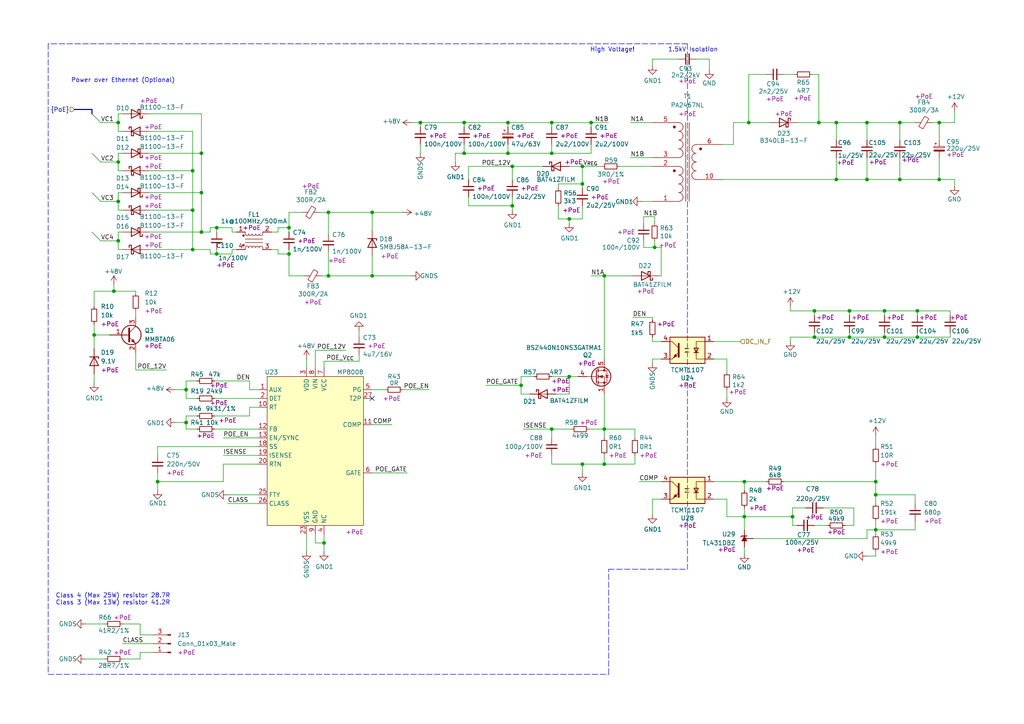
<source format=kicad_sch>
(kicad_sch (version 20210621) (generator eeschema)
  (paper "A4")
  (title_block (title "Power over Ethernet") (date "2021-08-30") (rev "1.0") (company "Nabu Casa") (comment 1 "www.nabucasa.com") (comment 2 "Amber"))
  (junction (at 27.305 97.155) (diameter 0.9144))
  (junction (at 33.02 84.455) (diameter 0.9144))
  (junction (at 34.29 35.56) (diameter 0.9144))
  (junction (at 34.29 46.99) (diameter 0.9144))
  (junction (at 34.29 58.42) (diameter 0.9144))
  (junction (at 34.29 69.85) (diameter 0.9144))
  (junction (at 45.72 139.7) (diameter 0.9144))
  (junction (at 53.975 113.03) (diameter 0.9144))
  (junction (at 53.975 122.555) (diameter 0.9144))
  (junction (at 55.88 49.53) (diameter 0.9144))
  (junction (at 55.88 60.96) (diameter 0.9144))
  (junction (at 55.88 72.39) (diameter 0.9144))
  (junction (at 58.42 44.45) (diameter 0.9144))
  (junction (at 58.42 55.88) (diameter 0.9144))
  (junction (at 58.42 67.31) (diameter 0.9144))
  (junction (at 62.865 66.04) (diameter 0.9144))
  (junction (at 62.865 73.66) (diameter 0.9144))
  (junction (at 83.82 66.04) (diameter 0.9144))
  (junction (at 83.82 73.66) (diameter 0.9144))
  (junction (at 93.98 157.48) (diameter 0.9144))
  (junction (at 95.25 61.595) (diameter 0.9144))
  (junction (at 95.25 80.01) (diameter 0.9144))
  (junction (at 107.95 61.595) (diameter 0.9144))
  (junction (at 107.95 80.01) (diameter 0.9144))
  (junction (at 121.92 35.56) (diameter 0.9144))
  (junction (at 134.62 35.56) (diameter 0.9144))
  (junction (at 134.62 44.45) (diameter 0.9144))
  (junction (at 147.32 35.56) (diameter 0.9144))
  (junction (at 147.32 44.45) (diameter 0.9144))
  (junction (at 148.59 48.26) (diameter 0.9144))
  (junction (at 148.59 59.69) (diameter 0.9144))
  (junction (at 151.13 111.76) (diameter 0.9144))
  (junction (at 160.02 35.56) (diameter 0.9144))
  (junction (at 160.02 44.45) (diameter 0.9144))
  (junction (at 160.02 124.46) (diameter 0.9144))
  (junction (at 165.1 63.5) (diameter 0.9144))
  (junction (at 165.1 109.22) (diameter 0.9144))
  (junction (at 168.91 48.26) (diameter 0.9144))
  (junction (at 168.91 53.34) (diameter 0.9144))
  (junction (at 168.91 134.62) (diameter 0.9144))
  (junction (at 171.45 35.56) (diameter 0.9144))
  (junction (at 175.26 80.01) (diameter 0.9144))
  (junction (at 175.26 124.46) (diameter 0.9144))
  (junction (at 175.26 134.62) (diameter 0.9144))
  (junction (at 189.865 71.755) (diameter 0.9144))
  (junction (at 215.9 139.7) (diameter 0.9144))
  (junction (at 215.9 149.86) (diameter 0.9144))
  (junction (at 217.17 35.56) (diameter 0.9144))
  (junction (at 229.87 149.86) (diameter 0.9144))
  (junction (at 236.22 90.17) (diameter 0.9144))
  (junction (at 236.22 97.79) (diameter 0.9144))
  (junction (at 237.49 35.56) (diameter 0.9144))
  (junction (at 242.57 35.56) (diameter 0.9144))
  (junction (at 242.57 52.07) (diameter 0.9144))
  (junction (at 246.38 90.17) (diameter 0.9144))
  (junction (at 246.38 97.79) (diameter 0.9144))
  (junction (at 251.46 35.56) (diameter 0.9144))
  (junction (at 251.46 52.07) (diameter 0.9144))
  (junction (at 254 139.7) (diameter 0.9144))
  (junction (at 254 143.51) (diameter 0.9144))
  (junction (at 254 153.67) (diameter 0.9144))
  (junction (at 256.54 90.17) (diameter 0.9144))
  (junction (at 256.54 97.79) (diameter 0.9144))
  (junction (at 260.985 35.56) (diameter 0.9144))
  (junction (at 260.985 52.07) (diameter 0.9144))
  (junction (at 266.065 90.17) (diameter 0.9144))
  (junction (at 266.065 97.79) (diameter 0.9144))
  (junction (at 272.415 35.56) (diameter 0.9144))
  (junction (at 272.415 52.07) (diameter 0.9144))
  (no_connect (at 107.95 115.57))
  (bus_entry (at 26.67 33.02) (size 2.54 2.54) (stroke (width 0.1524)))
  (bus_entry (at 26.67 44.45) (size 2.54 2.54) (stroke (width 0.1524)))
  (bus_entry (at 26.67 55.88) (size 2.54 2.54) (stroke (width 0.1524)))
  (bus_entry (at 26.67 67.31) (size 2.54 2.54) (stroke (width 0.1524)))
  (wire (pts (xy 24.765 180.975) (xy 30.48 180.975)))
  (wire (pts (xy 24.765 191.135) (xy 30.48 191.135)))
  (wire (pts (xy 27.305 84.455) (xy 27.305 88.9)))
  (wire (pts (xy 27.305 93.98) (xy 27.305 97.155)))
  (wire (pts (xy 27.305 97.155) (xy 27.305 100.965)))
  (wire (pts (xy 27.305 108.585) (xy 27.305 111.125)))
  (wire (pts (xy 29.21 35.56) (xy 34.29 35.56)))
  (wire (pts (xy 29.21 46.99) (xy 34.29 46.99)))
  (wire (pts (xy 29.21 58.42) (xy 34.29 58.42)))
  (wire (pts (xy 29.21 69.85) (xy 34.29 69.85)))
  (wire (pts (xy 31.75 97.155) (xy 27.305 97.155)))
  (wire (pts (xy 33.02 82.55) (xy 33.02 84.455)))
  (wire (pts (xy 33.02 84.455) (xy 27.305 84.455)))
  (wire (pts (xy 34.29 33.02) (xy 34.29 35.56)))
  (wire (pts (xy 34.29 38.1) (xy 34.29 35.56)))
  (wire (pts (xy 34.29 44.45) (xy 34.29 46.99)))
  (wire (pts (xy 34.29 49.53) (xy 34.29 46.99)))
  (wire (pts (xy 34.29 55.88) (xy 34.29 58.42)))
  (wire (pts (xy 34.29 60.96) (xy 34.29 58.42)))
  (wire (pts (xy 34.29 67.31) (xy 34.29 69.85)))
  (wire (pts (xy 34.29 72.39) (xy 34.29 69.85)))
  (wire (pts (xy 35.56 33.02) (xy 34.29 33.02)))
  (wire (pts (xy 35.56 38.1) (xy 34.29 38.1)))
  (wire (pts (xy 35.56 44.45) (xy 34.29 44.45)))
  (wire (pts (xy 35.56 49.53) (xy 34.29 49.53)))
  (wire (pts (xy 35.56 55.88) (xy 34.29 55.88)))
  (wire (pts (xy 35.56 60.96) (xy 34.29 60.96)))
  (wire (pts (xy 35.56 67.31) (xy 34.29 67.31)))
  (wire (pts (xy 35.56 72.39) (xy 34.29 72.39)))
  (wire (pts (xy 35.56 186.69) (xy 44.45 186.69)))
  (wire (pts (xy 39.37 84.455) (xy 33.02 84.455)))
  (wire (pts (xy 39.37 84.455) (xy 39.37 85.09)))
  (wire (pts (xy 39.37 90.17) (xy 39.37 92.075)))
  (wire (pts (xy 39.37 102.235) (xy 39.37 107.315)))
  (wire (pts (xy 39.37 107.315) (xy 48.26 107.315)))
  (wire (pts (xy 40.64 180.975) (xy 35.56 180.975)))
  (wire (pts (xy 40.64 184.15) (xy 40.64 180.975)))
  (wire (pts (xy 40.64 189.23) (xy 40.64 191.135)))
  (wire (pts (xy 40.64 191.135) (xy 35.56 191.135)))
  (wire (pts (xy 43.18 33.02) (xy 58.42 33.02)))
  (wire (pts (xy 43.18 38.1) (xy 55.88 38.1)))
  (wire (pts (xy 43.18 44.45) (xy 58.42 44.45)))
  (wire (pts (xy 43.18 49.53) (xy 55.88 49.53)))
  (wire (pts (xy 43.18 55.88) (xy 58.42 55.88)))
  (wire (pts (xy 43.18 60.96) (xy 55.88 60.96)))
  (wire (pts (xy 43.18 67.31) (xy 58.42 67.31)))
  (wire (pts (xy 43.18 72.39) (xy 55.88 72.39)))
  (wire (pts (xy 44.45 184.15) (xy 40.64 184.15)))
  (wire (pts (xy 44.45 189.23) (xy 40.64 189.23)))
  (wire (pts (xy 45.72 129.54) (xy 45.72 132.08)))
  (wire (pts (xy 45.72 137.16) (xy 45.72 139.7)))
  (wire (pts (xy 45.72 142.24) (xy 45.72 139.7)))
  (wire (pts (xy 50.8 113.03) (xy 53.975 113.03)))
  (wire (pts (xy 50.8 122.555) (xy 53.975 122.555)))
  (wire (pts (xy 53.975 110.49) (xy 53.975 113.03)))
  (wire (pts (xy 53.975 110.49) (xy 57.15 110.49)))
  (wire (pts (xy 53.975 113.03) (xy 53.975 115.57)))
  (wire (pts (xy 53.975 115.57) (xy 57.15 115.57)))
  (wire (pts (xy 53.975 120.65) (xy 53.975 122.555)))
  (wire (pts (xy 53.975 122.555) (xy 53.975 124.46)))
  (wire (pts (xy 53.975 124.46) (xy 57.15 124.46)))
  (wire (pts (xy 55.88 38.1) (xy 55.88 49.53)))
  (wire (pts (xy 55.88 49.53) (xy 55.88 60.96)))
  (wire (pts (xy 55.88 60.96) (xy 55.88 72.39)))
  (wire (pts (xy 55.88 72.39) (xy 60.96 72.39)))
  (wire (pts (xy 57.15 120.65) (xy 53.975 120.65)))
  (wire (pts (xy 58.42 33.02) (xy 58.42 44.45)))
  (wire (pts (xy 58.42 44.45) (xy 58.42 55.88)))
  (wire (pts (xy 58.42 55.88) (xy 58.42 67.31)))
  (wire (pts (xy 58.42 67.31) (xy 60.96 67.31)))
  (wire (pts (xy 60.96 66.04) (xy 60.96 67.31)))
  (wire (pts (xy 60.96 72.39) (xy 60.96 73.66)))
  (wire (pts (xy 60.96 73.66) (xy 62.865 73.66)))
  (wire (pts (xy 62.23 110.49) (xy 72.39 110.49)))
  (wire (pts (xy 62.23 115.57) (xy 74.93 115.57)))
  (wire (pts (xy 62.23 120.65) (xy 72.39 120.65)))
  (wire (pts (xy 62.23 124.46) (xy 74.93 124.46)))
  (wire (pts (xy 62.865 66.04) (xy 60.96 66.04)))
  (wire (pts (xy 62.865 66.04) (xy 62.865 67.31)))
  (wire (pts (xy 62.865 72.39) (xy 62.865 73.66)))
  (wire (pts (xy 62.865 73.66) (xy 67.31 73.66)))
  (wire (pts (xy 64.77 127) (xy 74.93 127)))
  (wire (pts (xy 64.77 132.08) (xy 74.93 132.08)))
  (wire (pts (xy 64.77 134.62) (xy 64.77 139.7)))
  (wire (pts (xy 64.77 139.7) (xy 45.72 139.7)))
  (wire (pts (xy 66.04 143.51) (xy 74.93 143.51)))
  (wire (pts (xy 66.04 146.05) (xy 74.93 146.05)))
  (wire (pts (xy 67.31 66.04) (xy 62.865 66.04)))
  (wire (pts (xy 67.31 67.31) (xy 67.31 66.04)))
  (wire (pts (xy 67.31 72.39) (xy 68.58 72.39)))
  (wire (pts (xy 67.31 73.66) (xy 67.31 72.39)))
  (wire (pts (xy 68.58 67.31) (xy 67.31 67.31)))
  (wire (pts (xy 72.39 113.03) (xy 72.39 110.49)))
  (wire (pts (xy 72.39 118.11) (xy 74.93 118.11)))
  (wire (pts (xy 72.39 120.65) (xy 72.39 118.11)))
  (wire (pts (xy 74.93 113.03) (xy 72.39 113.03)))
  (wire (pts (xy 74.93 129.54) (xy 45.72 129.54)))
  (wire (pts (xy 74.93 134.62) (xy 64.77 134.62)))
  (wire (pts (xy 78.74 67.31) (xy 80.645 67.31)))
  (wire (pts (xy 78.74 72.39) (xy 80.645 72.39)))
  (wire (pts (xy 80.645 66.04) (xy 83.82 66.04)))
  (wire (pts (xy 80.645 67.31) (xy 80.645 66.04)))
  (wire (pts (xy 80.645 72.39) (xy 80.645 73.66)))
  (wire (pts (xy 80.645 73.66) (xy 83.82 73.66)))
  (wire (pts (xy 83.82 61.595) (xy 83.82 66.04)))
  (wire (pts (xy 83.82 66.04) (xy 83.82 67.31)))
  (wire (pts (xy 83.82 73.66) (xy 83.82 72.39)))
  (wire (pts (xy 83.82 80.01) (xy 83.82 73.66)))
  (wire (pts (xy 87.63 61.595) (xy 83.82 61.595)))
  (wire (pts (xy 88.265 80.01) (xy 83.82 80.01)))
  (wire (pts (xy 88.9 104.14) (xy 88.9 106.68)))
  (wire (pts (xy 88.9 154.94) (xy 88.9 160.02)))
  (wire (pts (xy 91.44 101.6) (xy 100.33 101.6)))
  (wire (pts (xy 91.44 106.68) (xy 91.44 101.6)))
  (wire (pts (xy 91.44 154.94) (xy 91.44 157.48)))
  (wire (pts (xy 91.44 157.48) (xy 93.98 157.48)))
  (wire (pts (xy 92.71 61.595) (xy 95.25 61.595)))
  (wire (pts (xy 93.345 80.01) (xy 95.25 80.01)))
  (wire (pts (xy 93.98 104.775) (xy 104.14 104.775)))
  (wire (pts (xy 93.98 106.68) (xy 93.98 104.775)))
  (wire (pts (xy 93.98 157.48) (xy 93.98 154.94)))
  (wire (pts (xy 93.98 157.48) (xy 93.98 160.02)))
  (wire (pts (xy 95.25 61.595) (xy 95.25 67.945)))
  (wire (pts (xy 95.25 61.595) (xy 107.95 61.595)))
  (wire (pts (xy 95.25 73.025) (xy 95.25 80.01)))
  (wire (pts (xy 95.25 80.01) (xy 107.95 80.01)))
  (wire (pts (xy 104.14 95.885) (xy 104.14 97.79)))
  (wire (pts (xy 104.14 104.775) (xy 104.14 102.87)))
  (wire (pts (xy 107.95 61.595) (xy 116.84 61.595)))
  (wire (pts (xy 107.95 66.675) (xy 107.95 61.595)))
  (wire (pts (xy 107.95 74.295) (xy 107.95 80.01)))
  (wire (pts (xy 107.95 80.01) (xy 119.38 80.01)))
  (wire (pts (xy 107.95 113.03) (xy 111.76 113.03)))
  (wire (pts (xy 107.95 123.19) (xy 113.665 123.19)))
  (wire (pts (xy 107.95 137.16) (xy 118.11 137.16)))
  (wire (pts (xy 116.84 113.03) (xy 124.46 113.03)))
  (wire (pts (xy 119.38 35.56) (xy 121.92 35.56)))
  (wire (pts (xy 121.92 35.56) (xy 121.92 36.83)))
  (wire (pts (xy 121.92 35.56) (xy 134.62 35.56)))
  (wire (pts (xy 121.92 41.91) (xy 121.92 44.45)))
  (wire (pts (xy 132.08 44.45) (xy 132.08 46.99)))
  (wire (pts (xy 134.62 35.56) (xy 134.62 36.83)))
  (wire (pts (xy 134.62 35.56) (xy 147.32 35.56)))
  (wire (pts (xy 134.62 41.91) (xy 134.62 44.45)))
  (wire (pts (xy 134.62 44.45) (xy 132.08 44.45)))
  (wire (pts (xy 134.62 44.45) (xy 147.32 44.45)))
  (wire (pts (xy 135.89 48.26) (xy 135.89 52.07)))
  (wire (pts (xy 135.89 48.26) (xy 148.59 48.26)))
  (wire (pts (xy 135.89 57.15) (xy 135.89 59.69)))
  (wire (pts (xy 135.89 59.69) (xy 148.59 59.69)))
  (wire (pts (xy 140.97 111.76) (xy 151.13 111.76)))
  (wire (pts (xy 147.32 35.56) (xy 147.32 36.83)))
  (wire (pts (xy 147.32 35.56) (xy 160.02 35.56)))
  (wire (pts (xy 147.32 41.91) (xy 147.32 44.45)))
  (wire (pts (xy 147.32 44.45) (xy 160.02 44.45)))
  (wire (pts (xy 148.59 48.26) (xy 148.59 52.07)))
  (wire (pts (xy 148.59 48.26) (xy 157.48 48.26)))
  (wire (pts (xy 148.59 57.15) (xy 148.59 59.69)))
  (wire (pts (xy 148.59 59.69) (xy 148.59 60.96)))
  (wire (pts (xy 151.13 109.22) (xy 154.94 109.22)))
  (wire (pts (xy 151.13 111.76) (xy 151.13 109.22)))
  (wire (pts (xy 151.13 114.3) (xy 151.13 111.76)))
  (wire (pts (xy 151.765 124.46) (xy 160.02 124.46)))
  (wire (pts (xy 153.67 114.3) (xy 151.13 114.3)))
  (wire (pts (xy 160.02 35.56) (xy 160.02 36.83)))
  (wire (pts (xy 160.02 35.56) (xy 171.45 35.56)))
  (wire (pts (xy 160.02 41.91) (xy 160.02 44.45)))
  (wire (pts (xy 160.02 44.45) (xy 171.45 44.45)))
  (wire (pts (xy 160.02 124.46) (xy 160.02 127)))
  (wire (pts (xy 160.02 132.08) (xy 160.02 134.62)))
  (wire (pts (xy 160.02 134.62) (xy 168.91 134.62)))
  (wire (pts (xy 161.29 114.3) (xy 165.1 114.3)))
  (wire (pts (xy 161.925 53.34) (xy 168.91 53.34)))
  (wire (pts (xy 161.925 54.61) (xy 161.925 53.34)))
  (wire (pts (xy 161.925 59.69) (xy 161.925 63.5)))
  (wire (pts (xy 161.925 63.5) (xy 165.1 63.5)))
  (wire (pts (xy 165.1 48.26) (xy 168.91 48.26)))
  (wire (pts (xy 165.1 63.5) (xy 165.1 64.77)))
  (wire (pts (xy 165.1 63.5) (xy 168.91 63.5)))
  (wire (pts (xy 165.1 109.22) (xy 160.02 109.22)))
  (wire (pts (xy 165.1 109.22) (xy 167.64 109.22)))
  (wire (pts (xy 165.1 114.3) (xy 165.1 109.22)))
  (wire (pts (xy 165.735 124.46) (xy 160.02 124.46)))
  (wire (pts (xy 168.91 48.26) (xy 168.91 53.34)))
  (wire (pts (xy 168.91 48.26) (xy 174.625 48.26)))
  (wire (pts (xy 168.91 53.34) (xy 168.91 54.61)))
  (wire (pts (xy 168.91 63.5) (xy 168.91 59.69)))
  (wire (pts (xy 168.91 134.62) (xy 168.91 137.16)))
  (wire (pts (xy 168.91 134.62) (xy 175.26 134.62)))
  (wire (pts (xy 170.815 124.46) (xy 175.26 124.46)))
  (wire (pts (xy 171.45 35.56) (xy 171.45 36.83)))
  (wire (pts (xy 171.45 35.56) (xy 176.53 35.56)))
  (wire (pts (xy 171.45 41.91) (xy 171.45 44.45)))
  (wire (pts (xy 171.45 80.01) (xy 175.26 80.01)))
  (wire (pts (xy 175.26 80.01) (xy 175.26 104.14)))
  (wire (pts (xy 175.26 80.01) (xy 183.515 80.01)))
  (wire (pts (xy 175.26 114.3) (xy 175.26 124.46)))
  (wire (pts (xy 175.26 124.46) (xy 175.26 127)))
  (wire (pts (xy 175.26 124.46) (xy 184.15 124.46)))
  (wire (pts (xy 175.26 132.08) (xy 175.26 134.62)))
  (wire (pts (xy 175.26 134.62) (xy 184.15 134.62)))
  (wire (pts (xy 179.705 48.26) (xy 189.23 48.26)))
  (wire (pts (xy 182.88 35.56) (xy 189.23 35.56)))
  (wire (pts (xy 182.88 45.72) (xy 189.23 45.72)))
  (wire (pts (xy 183.515 92.075) (xy 189.23 92.075)))
  (wire (pts (xy 184.15 124.46) (xy 184.15 127)))
  (wire (pts (xy 184.15 132.08) (xy 184.15 134.62)))
  (wire (pts (xy 185.42 139.7) (xy 191.77 139.7)))
  (wire (pts (xy 186.055 58.42) (xy 189.23 58.42)))
  (wire (pts (xy 186.69 62.865) (xy 186.69 64.77)))
  (wire (pts (xy 186.69 69.85) (xy 186.69 71.755)))
  (wire (pts (xy 186.69 71.755) (xy 189.865 71.755)))
  (wire (pts (xy 189.23 17.145) (xy 189.23 19.05)))
  (wire (pts (xy 189.23 92.075) (xy 189.23 92.71)))
  (wire (pts (xy 189.23 97.79) (xy 189.23 99.06)))
  (wire (pts (xy 189.23 99.06) (xy 191.77 99.06)))
  (wire (pts (xy 189.23 104.14) (xy 189.23 105.41)))
  (wire (pts (xy 189.23 144.78) (xy 189.23 149.225)))
  (wire (pts (xy 189.865 62.865) (xy 186.69 62.865)))
  (wire (pts (xy 189.865 64.77) (xy 189.865 62.865)))
  (wire (pts (xy 189.865 71.755) (xy 189.865 69.85)))
  (wire (pts (xy 191.135 80.01) (xy 191.77 80.01)))
  (wire (pts (xy 191.77 71.755) (xy 189.865 71.755)))
  (wire (pts (xy 191.77 80.01) (xy 191.77 71.755)))
  (wire (pts (xy 191.77 104.14) (xy 189.23 104.14)))
  (wire (pts (xy 191.77 144.78) (xy 189.23 144.78)))
  (wire (pts (xy 196.85 17.145) (xy 189.23 17.145)))
  (wire (pts (xy 205.74 17.145) (xy 201.93 17.145)))
  (wire (pts (xy 205.74 20.32) (xy 205.74 17.145)))
  (wire (pts (xy 207.01 99.06) (xy 214.63 99.06)))
  (wire (pts (xy 207.01 104.14) (xy 210.82 104.14)))
  (wire (pts (xy 207.01 139.7) (xy 215.9 139.7)))
  (wire (pts (xy 207.01 144.78) (xy 210.82 144.78)))
  (wire (pts (xy 209.55 41.91) (xy 212.725 41.91)))
  (wire (pts (xy 209.55 52.07) (xy 242.57 52.07)))
  (wire (pts (xy 210.82 104.14) (xy 210.82 107.95)))
  (wire (pts (xy 210.82 113.03) (xy 210.82 115.57)))
  (wire (pts (xy 210.82 144.78) (xy 210.82 149.86)))
  (wire (pts (xy 210.82 149.86) (xy 215.9 149.86)))
  (wire (pts (xy 212.725 35.56) (xy 217.17 35.56)))
  (wire (pts (xy 212.725 41.91) (xy 212.725 35.56)))
  (wire (pts (xy 215.9 139.7) (xy 215.9 142.24)))
  (wire (pts (xy 215.9 139.7) (xy 222.25 139.7)))
  (wire (pts (xy 215.9 147.32) (xy 215.9 149.86)))
  (wire (pts (xy 215.9 149.86) (xy 215.9 153.67)))
  (wire (pts (xy 215.9 149.86) (xy 229.87 149.86)))
  (wire (pts (xy 215.9 158.75) (xy 215.9 160.655)))
  (wire (pts (xy 217.17 21.59) (xy 217.17 35.56)))
  (wire (pts (xy 217.17 35.56) (xy 223.52 35.56)))
  (wire (pts (xy 218.44 156.21) (xy 251.46 156.21)))
  (wire (pts (xy 222.25 21.59) (xy 217.17 21.59)))
  (wire (pts (xy 227.33 21.59) (xy 230.505 21.59)))
  (wire (pts (xy 227.33 139.7) (xy 254 139.7)))
  (wire (pts (xy 229.235 90.17) (xy 229.235 88.9)))
  (wire (pts (xy 229.235 90.17) (xy 236.22 90.17)))
  (wire (pts (xy 229.235 97.79) (xy 229.235 99.06)))
  (wire (pts (xy 229.235 97.79) (xy 236.22 97.79)))
  (wire (pts (xy 229.87 147.32) (xy 229.87 149.86)))
  (wire (pts (xy 229.87 149.86) (xy 229.87 152.4)))
  (wire (pts (xy 229.87 152.4) (xy 231.14 152.4)))
  (wire (pts (xy 231.14 35.56) (xy 237.49 35.56)))
  (wire (pts (xy 233.68 147.32) (xy 229.87 147.32)))
  (wire (pts (xy 235.585 21.59) (xy 237.49 21.59)))
  (wire (pts (xy 236.22 90.17) (xy 236.22 91.44)))
  (wire (pts (xy 236.22 90.17) (xy 246.38 90.17)))
  (wire (pts (xy 236.22 96.52) (xy 236.22 97.79)))
  (wire (pts (xy 236.22 97.79) (xy 246.38 97.79)))
  (wire (pts (xy 236.22 152.4) (xy 240.03 152.4)))
  (wire (pts (xy 237.49 21.59) (xy 237.49 35.56)))
  (wire (pts (xy 237.49 35.56) (xy 242.57 35.56)))
  (wire (pts (xy 238.76 147.32) (xy 247.65 147.32)))
  (wire (pts (xy 242.57 35.56) (xy 242.57 40.64)))
  (wire (pts (xy 242.57 35.56) (xy 251.46 35.56)))
  (wire (pts (xy 242.57 45.72) (xy 242.57 52.07)))
  (wire (pts (xy 242.57 52.07) (xy 251.46 52.07)))
  (wire (pts (xy 245.11 152.4) (xy 247.65 152.4)))
  (wire (pts (xy 246.38 90.17) (xy 246.38 91.44)))
  (wire (pts (xy 246.38 90.17) (xy 256.54 90.17)))
  (wire (pts (xy 246.38 96.52) (xy 246.38 97.79)))
  (wire (pts (xy 246.38 97.79) (xy 256.54 97.79)))
  (wire (pts (xy 247.65 152.4) (xy 247.65 147.32)))
  (wire (pts (xy 251.46 35.56) (xy 251.46 40.64)))
  (wire (pts (xy 251.46 35.56) (xy 260.985 35.56)))
  (wire (pts (xy 251.46 45.72) (xy 251.46 52.07)))
  (wire (pts (xy 251.46 52.07) (xy 260.985 52.07)))
  (wire (pts (xy 251.46 153.67) (xy 251.46 156.21)))
  (wire (pts (xy 254 126.365) (xy 254 129.54)))
  (wire (pts (xy 254 134.62) (xy 254 139.7)))
  (wire (pts (xy 254 139.7) (xy 254 143.51)))
  (wire (pts (xy 254 143.51) (xy 254 146.05)))
  (wire (pts (xy 254 143.51) (xy 265.43 143.51)))
  (wire (pts (xy 254 151.13) (xy 254 153.67)))
  (wire (pts (xy 254 153.67) (xy 251.46 153.67)))
  (wire (pts (xy 254 153.67) (xy 254 154.94)))
  (wire (pts (xy 254 153.67) (xy 265.43 153.67)))
  (wire (pts (xy 254 160.02) (xy 254 161.29)))
  (wire (pts (xy 254 161.29) (xy 251.46 161.29)))
  (wire (pts (xy 256.54 90.17) (xy 256.54 91.44)))
  (wire (pts (xy 256.54 90.17) (xy 266.065 90.17)))
  (wire (pts (xy 256.54 96.52) (xy 256.54 97.79)))
  (wire (pts (xy 256.54 97.79) (xy 266.065 97.79)))
  (wire (pts (xy 260.985 35.56) (xy 260.985 40.64)))
  (wire (pts (xy 260.985 35.56) (xy 265.43 35.56)))
  (wire (pts (xy 260.985 45.72) (xy 260.985 52.07)))
  (wire (pts (xy 260.985 52.07) (xy 272.415 52.07)))
  (wire (pts (xy 265.43 143.51) (xy 265.43 146.05)))
  (wire (pts (xy 265.43 153.67) (xy 265.43 151.13)))
  (wire (pts (xy 266.065 90.17) (xy 266.065 91.44)))
  (wire (pts (xy 266.065 90.17) (xy 275.59 90.17)))
  (wire (pts (xy 266.065 96.52) (xy 266.065 97.79)))
  (wire (pts (xy 266.065 97.79) (xy 275.59 97.79)))
  (wire (pts (xy 270.51 35.56) (xy 272.415 35.56)))
  (wire (pts (xy 272.415 35.56) (xy 272.415 40.64)))
  (wire (pts (xy 272.415 35.56) (xy 276.86 35.56)))
  (wire (pts (xy 272.415 45.72) (xy 272.415 52.07)))
  (wire (pts (xy 272.415 52.07) (xy 276.86 52.07)))
  (wire (pts (xy 275.59 90.17) (xy 275.59 91.44)))
  (wire (pts (xy 275.59 96.52) (xy 275.59 97.79)))
  (wire (pts (xy 276.86 35.56) (xy 276.86 32.385)))
  (wire (pts (xy 276.86 52.07) (xy 276.86 53.975)))
  (bus (pts (xy 21.59 31.75) (xy 26.67 31.75)))
  (bus (pts (xy 26.67 31.75) (xy 26.67 67.31)))
  (polyline (pts (xy 13.97 12.7) (xy 13.97 195.58)) (stroke (width 0) (type dash)))
  (polyline (pts (xy 13.97 195.58) (xy 176.53 195.58)) (stroke (width 0) (type dash)))
  (polyline (pts (xy 176.53 165.1) (xy 199.39 165.1)) (stroke (width 0) (type dash)))
  (polyline (pts (xy 176.53 195.58) (xy 176.53 165.1)) (stroke (width 0) (type dash)))
  (polyline (pts (xy 199.39 12.7) (xy 13.97 12.7)) (stroke (width 0) (type dash)))
  (polyline (pts (xy 199.39 12.7) (xy 199.39 165.1)) (stroke (width 0) (type dash)))
  (text "Class 4 (Max 25W) resistor 28.7R\nClass 3 (Max 13W) resistor 41.2R" (at 49.403 175.641 0) (effects (font (size 1.27 1.27)) (justify right bottom)))
  (text "Power over Ethernet (Optional)" (at 50.8 24.13 180) (effects (font (size 1.27 1.27)) (justify right bottom)))
  (text "High Voltage!" (at 184.15 15.24 180) (effects (font (size 1.27 1.27)) (justify right bottom)))
  (text "1.5kV Isolation" (at 208.28 15.24 180) (effects (font (size 1.27 1.27)) (justify right bottom)))
  (label "VC1" (at 33.02 35.56 180))
  (label "VC2" (at 33.02 46.99 180))
  (label "VC3" (at 33.02 58.42 180))
  (label "VC4" (at 33.02 69.85 180))
  (label "CLASS" (at 35.56 186.69 0))
  (label "POE_12V" (at 48.26 107.315 180))
  (label "POE_EN" (at 64.77 127 0))
  (label "ISENSE" (at 64.77 132.08 0))
  (label "CLASS" (at 66.04 146.05 0))
  (label "DEN" (at 68.58 110.49 0))
  (label "POE_V_{CC}" (at 94.615 104.775 0))
  (label "POE_12V" (at 100.33 101.6 180))
  (label "COMP" (at 113.665 123.19 180))
  (label "POE_GATE" (at 118.11 137.16 180))
  (label "POE_EN" (at 124.46 113.03 180))
  (label "POE_12V" (at 139.7 48.26 0))
  (label "POE_GATE" (at 140.97 111.76 0))
  (label "ISENSE" (at 151.765 124.46 0))
  (label "N1A" (at 171.45 80.01 0))
  (label "V_{REG}" (at 173.355 48.26 180))
  (label "N1B" (at 176.53 35.56 180))
  (label "N1A" (at 182.88 35.56 0))
  (label "N1B" (at 182.88 45.72 0))
  (label "DEN" (at 183.515 92.075 0))
  (label "COMP" (at 185.42 139.7 0))
  (label "N1B" (at 186.69 62.865 0))
  (hierarchical_label "{PoE}" (shape input) (at 21.59 31.75 180))
  (hierarchical_label "DC_IN_F" (shape input) (at 214.63 99.06 0))
  (symbol (lib_id "power:+48V") (at 33.02 82.55 0) (unit 1)
    (property "Reference" "#PWR078" (effects hide))
    (property "Value" "+48V" (at 30.2133 78.7399 0) (effects (justify left)))
  )
  (symbol (lib_id "power:+48V") (at 50.8 113.03 90) (unit 1)
    (property "Reference" "#PWR080" (effects hide))
    (property "Value" "+48V" (at 47.6249 112.6617 90) (effects (justify left)))
  )
  (symbol (lib_id "power:+48V") (at 88.9 104.14 0) (unit 1)
    (property "Reference" "#PWR0164" (effects hide))
    (property "Value" "+48V" (at 86.0933 100.3299 0) (effects (justify left)))
  )
  (symbol (lib_id "power:+48V") (at 116.84 61.595 270) (unit 1)
    (property "Reference" "#PWR0165" (effects hide))
    (property "Value" "+48V" (at 120.0151 61.9633 90) (effects (justify left)))
  )
  (symbol (lib_id "power:+48V") (at 119.38 35.56 90) (unit 1)
    (property "Reference" "#PWR0169" (effects hide))
    (property "Value" "+48V" (at 116.2049 35.1917 90) (effects (justify left)))
  )
  (symbol (lib_id "power:+12V") (at 229.235 88.9 0) (unit 1)
    (property "Reference" "#PWR0186" (effects hide))
    (property "Value" "+12V" (at 229.6033 84.5756 0))
  )
  (symbol (lib_id "power:+12V") (at 254 126.365 0) (unit 1)
    (property "Reference" "#PWR0160" (effects hide))
    (property "Value" "+12V" (at 254.3683 122.0406 0))
  )
  (symbol (lib_id "power:+12V") (at 276.86 32.385 0) (unit 1)
    (property "Reference" "#PWR0188" (effects hide))
    (property "Value" "+12V" (at 277.2283 28.0606 0))
  )
  (symbol (lib_id "power:GNDS") (at 24.765 180.975 270) (unit 1)
    (property "Reference" "#PWR037" (effects hide))
    (property "Value" "GNDS" (at 19.685 180.975 90))
  )
  (symbol (lib_id "power:GNDS") (at 24.765 191.135 270) (unit 1)
    (property "Reference" "#PWR040" (effects hide))
    (property "Value" "GNDS" (at 19.685 191.135 90))
  )
  (symbol (lib_id "power:GND1") (at 27.305 111.125 0) (unit 1)
    (property "Reference" "#PWR062" (effects hide))
    (property "Value" "GND1" (at 27.4193 115.4494 0))
  )
  (symbol (lib_id "power:GND1") (at 45.72 142.24 0) (unit 1)
    (property "Reference" "#PWR079" (effects hide))
    (property "Value" "GND1" (at 45.8343 145.9294 0))
  )
  (symbol (lib_id "power:GND1") (at 50.8 122.555 270) (unit 1)
    (property "Reference" "#PWR082" (effects hide))
    (property "Value" "GND1" (at 45.2056 122.6693 90))
  )
  (symbol (lib_id "power:GNDS") (at 66.04 143.51 270) (unit 1)
    (property "Reference" "#PWR0154" (effects hide))
    (property "Value" "GNDS" (at 60.96 143.51 90))
  )
  (symbol (lib_id "power:GNDS") (at 88.9 160.02 0) (unit 1)
    (property "Reference" "#PWR070" (effects hide))
    (property "Value" "GNDS" (at 88.9 165.1 90))
  )
  (symbol (lib_id "power:GND1") (at 93.98 160.02 0) (unit 1)
    (property "Reference" "#PWR0166" (effects hide))
    (property "Value" "GND1" (at 94.0943 164.3444 0))
  )
  (symbol (lib_id "power:GND1") (at 104.14 95.885 180) (unit 1)
    (property "Reference" "#PWR0155" (effects hide))
    (property "Value" "GND1" (at 104.0257 91.5606 0))
  )
  (symbol (lib_id "power:GNDS") (at 119.38 80.01 90) (unit 1)
    (property "Reference" "#PWR073" (effects hide))
    (property "Value" "GNDS" (at 124.46 80.01 90))
  )
  (symbol (lib_id "power:GNDS") (at 121.92 44.45 0) (unit 1)
    (property "Reference" "#PWR076" (effects hide))
    (property "Value" "GNDS" (at 121.92 49.53 90))
  )
  (symbol (lib_id "power:GND1") (at 132.08 46.99 0) (unit 1)
    (property "Reference" "#PWR0173" (effects hide))
    (property "Value" "GND1" (at 132.1943 51.3144 0))
  )
  (symbol (lib_id "power:GND1") (at 148.59 60.96 0) (unit 1)
    (property "Reference" "#PWR0175" (effects hide))
    (property "Value" "GND1" (at 148.7043 65.2844 0))
  )
  (symbol (lib_id "power:GND1") (at 165.1 64.77 0) (unit 1)
    (property "Reference" "#PWR0177" (effects hide))
    (property "Value" "GND1" (at 165.2143 69.0944 0))
  )
  (symbol (lib_id "power:GND1") (at 168.91 137.16 0) (unit 1)
    (property "Reference" "#PWR0178" (effects hide))
    (property "Value" "GND1" (at 169.0243 141.4844 0))
  )
  (symbol (lib_id "power:GND1") (at 186.055 58.42 270) (unit 1)
    (property "Reference" "#PWR0156" (effects hide))
    (property "Value" "GND1" (at 181.0956 58.5343 90))
  )
  (symbol (lib_id "power:GND1") (at 189.23 19.05 0) (unit 1)
    (property "Reference" "#PWR0179" (effects hide))
    (property "Value" "GND1" (at 189.3443 23.3744 0))
  )
  (symbol (lib_id "power:GNDS") (at 189.23 105.41 0) (unit 1)
    (property "Reference" "#PWR077" (effects hide))
    (property "Value" "GNDS" (at 189.23 110.49 90))
  )
  (symbol (lib_id "power:GND1") (at 189.23 149.225 0) (unit 1)
    (property "Reference" "#PWR0157" (effects hide))
    (property "Value" "GND1" (at 189.3443 153.5494 0))
  )
  (symbol (lib_id "power:GND") (at 205.74 20.32 0) (unit 1)
    (property "Reference" "#PWR0182" (effects hide))
    (property "Value" "GND" (at 207.7593 24.1301 0) (effects (justify right)))
  )
  (symbol (lib_id "power:GND") (at 210.82 115.57 0) (unit 1)
    (property "Reference" "#PWR0183" (effects hide))
    (property "Value" "GND" (at 212.8393 119.3801 0) (effects (justify right)))
  )
  (symbol (lib_id "power:GND") (at 215.9 160.655 0) (unit 1)
    (property "Reference" "#PWR0158" (effects hide))
    (property "Value" "GND" (at 217.9193 164.4651 0) (effects (justify right)))
  )
  (symbol (lib_id "power:GND") (at 229.235 99.06 0) (unit 1)
    (property "Reference" "#PWR0187" (effects hide))
    (property "Value" "GND" (at 231.2543 102.8701 0) (effects (justify right)))
  )
  (symbol (lib_id "power:GND") (at 251.46 161.29 270) (unit 1)
    (property "Reference" "#PWR0159" (effects hide))
    (property "Value" "GND" (at 248.92 161.29 90) (effects (justify right)))
  )
  (symbol (lib_id "power:GND") (at 276.86 53.975 0) (unit 1)
    (property "Reference" "#PWR0189" (effects hide))
    (property "Value" "GND" (at 278.8793 57.7851 0) (effects (justify right)))
  )
  (symbol (lib_id "Device:R_Small") (at 27.305 91.44 0) (unit 1)
    (property "Reference" "R10" (at 29.21 88.8999 0) (effects (justify left)))
    (property "Value" "10k" (at 29.21 91.4399 0) (effects (justify left)))
    (property "Footprint" "Resistor_SMD:R_0402_1005Metric" (effects hide))
    (property "Config" "+PoE" (at 29.21 93.9799 0) (effects (justify left)))
  )
  (symbol (lib_id "Device:R_Small") (at 33.02 180.975 90) (unit 1)
    (property "Reference" "R66" (at 30.48 179.07 90))
    (property "Value" "41R2/1%" (at 33.02 182.88 90))
    (property "Footprint" "Resistor_SMD:R_0402_1005Metric" (effects hide))
    (property "Config" "+PoE" (at 35.56 179.07 90))
  )
  (symbol (lib_id "Device:R_Small") (at 33.02 191.135 90) (unit 1)
    (property "Reference" "R42" (at 30.48 189.23 90))
    (property "Value" "28R7/1%" (at 33.02 193.04 90))
    (property "Footprint" "Resistor_SMD:R_0402_1005Metric" (effects hide))
    (property "Config" "+PoE" (at 35.56 189.23 90))
  )
  (symbol (lib_id "Device:R_Small") (at 39.37 87.63 0) (unit 1)
    (property "Reference" "R12" (at 41.91 85.0899 0) (effects (justify left)))
    (property "Value" "10k" (at 41.91 87.6299 0) (effects (justify left)))
    (property "Footprint" "Resistor_SMD:R_0402_1005Metric" (effects hide))
    (property "Config" "+PoE" (at 41.91 90.1699 0) (effects (justify left)))
  )
  (symbol (lib_id "Device:R_Small") (at 59.69 110.49 90) (unit 1)
    (property "Reference" "R45" (at 57.15 108.585 90))
    (property "Value" "47k" (at 62.23 108.585 90))
    (property "Footprint" "Resistor_SMD:R_0402_1005Metric" (effects hide))
    (property "Config" "+PoE" (at 63.5 111.76 90))
  )
  (symbol (lib_id "Device:R_Small") (at 59.69 115.57 90) (unit 1)
    (property "Reference" "R19" (at 59.1756 113.4363 90) (effects (justify left)))
    (property "Value" "24k9" (at 64.649 113.436 90) (effects (justify left)))
    (property "Footprint" "Resistor_SMD:R_0402_1005Metric" (effects hide))
    (property "Config" "+PoE" (at 63.5 116.84 90))
  )
  (symbol (lib_id "Device:R_Small") (at 59.69 120.65 90) (unit 1)
    (property "Reference" "R46" (at 58.5406 118.5163 90) (effects (justify left)))
    (property "Value" "9k31/1%" (at 68.459 118.516 90) (effects (justify left)))
    (property "Footprint" "Resistor_SMD:R_0402_1005Metric" (effects hide))
    (property "Config" "+PoE" (at 66.04 121.92 90))
  )
  (symbol (lib_id "Device:R_Small") (at 59.69 124.46 270) (unit 1)
    (property "Reference" "R41" (at 57.15 122.555 90))
    (property "Value" "10k" (at 61.595 122.555 90))
    (property "Footprint" "Resistor_SMD:R_0402_1005Metric" (effects hide))
    (property "Config" "+PoE" (at 59.69 126.365 90))
  )
  (symbol (lib_id "Device:R_Small") (at 114.3 113.03 270) (unit 1)
    (property "Reference" "R43" (at 114.3 109.22 90))
    (property "Value" "0R" (at 114.3 111.125 90))
    (property "Footprint" "Resistor_SMD:R_0402_1005Metric" (effects hide))
    (property "Config" "+PoE" (at 113.665 115.57 90))
  )
  (symbol (lib_id "Device:R_Small") (at 157.48 109.22 90) (unit 1)
    (property "Reference" "R57" (at 153.67 107.95 90))
    (property "Value" "4R7" (at 161.29 107.95 90))
    (property "Footprint" "Resistor_SMD:R_1206_3216Metric" (effects hide))
    (property "Config" "+PoE" (at 162.56 110.49 90))
  )
  (symbol (lib_id "Device:R_Small") (at 161.925 57.15 0) (unit 1)
    (property "Reference" "R56" (at 163.4237 56.0006 0) (effects (justify left)))
    (property "Value" "3k3" (at 163.424 58.299 0) (effects (justify left)))
    (property "Footprint" "Resistor_SMD:R_0402_1005Metric" (effects hide))
    (property "Config" "+PoE" (at 165.735 60.96 0))
  )
  (symbol (lib_id "Device:R_Small") (at 168.275 124.46 90) (unit 1)
    (property "Reference" "R58" (at 165.735 122.555 90))
    (property "Value" "4k99" (at 168.275 126.365 90))
    (property "Footprint" "Resistor_SMD:R_0402_1005Metric" (effects hide))
    (property "Config" "+PoE" (at 170.815 122.555 90))
  )
  (symbol (lib_id "Device:R_Small") (at 175.26 129.54 0) (unit 1)
    (property "Reference" "R60" (at 176.53 126.9999 0) (effects (justify left)))
    (property "Value" "0R1" (at 176.53 129.5399 0) (effects (justify left)))
    (property "Footprint" "Resistor_SMD:R_0805_2012Metric" (effects hide))
    (property "Config" "+PoE" (at 176.53 132.0799 0) (effects (justify left)))
    (property "Characteristics" "0.1 Watt" (effects hide))
  )
  (symbol (lib_id "Device:R_Small") (at 177.165 48.26 90) (unit 1)
    (property "Reference" "R59" (at 179.1906 46.5073 90) (effects (justify left)))
    (property "Value" "3R0/1%" (at 181.108 50.571 90) (effects (justify left)))
    (property "Footprint" "Resistor_SMD:R_1206_3216Metric" (effects hide))
    (property "Config" "+PoE" (at 177.292 52.578 90))
  )
  (symbol (lib_id "Device:R_Small") (at 184.15 129.54 0) (unit 1)
    (property "Reference" "R44" (at 185.42 126.9999 0) (effects (justify left)))
    (property "Value" "0R1" (at 185.42 129.5399 0) (effects (justify left)))
    (property "Footprint" "Resistor_SMD:R_0805_2012Metric" (effects hide))
    (property "Config" "+PoE" (at 185.42 132.0799 0) (effects (justify left)))
    (property "Characteristics" "0.1 Watt" (effects hide))
  )
  (symbol (lib_id "Device:R_Small") (at 189.23 95.25 180) (unit 1)
    (property "Reference" "R47" (at 182.88 93.9799 0) (effects (justify right)))
    (property "Value" "1k5" (at 182.88 96.5199 0) (effects (justify right)))
    (property "Footprint" "Resistor_SMD:R_0402_1005Metric" (effects hide))
    (property "Config" "+PoE" (at 190.5 93.9799 0) (effects (justify right)))
  )
  (symbol (lib_id "Device:R_Small") (at 189.865 67.31 0) (unit 1)
    (property "Reference" "R63" (at 191.3637 66.1606 0) (effects (justify left)))
    (property "Value" "10k" (at 191.364 68.459 0) (effects (justify left)))
    (property "Footprint" "Resistor_SMD:R_0402_1005Metric" (effects hide))
    (property "Config" "+PoE" (at 193.675 71.12 0))
  )
  (symbol (lib_id "Device:R_Small") (at 210.82 110.49 0) (unit 1)
    (property "Reference" "R64" (at 212.3187 109.3406 0) (effects (justify left)))
    (property "Value" "1k2" (at 212.319 111.639 0) (effects (justify left)))
    (property "Footprint" "Resistor_SMD:R_1206_3216Metric" (effects hide))
    (property "Config" "+PoE" (at 213.995 113.665 0))
  )
  (symbol (lib_id "Device:R_Small") (at 215.9 144.78 180) (unit 1)
    (property "Reference" "R48" (at 217.17 142.2399 0) (effects (justify right)))
    (property "Value" "2k" (at 217.17 144.7799 0) (effects (justify right)))
    (property "Footprint" "Resistor_SMD:R_0402_1005Metric" (effects hide))
    (property "Config" "+PoE" (at 217.17 147.3199 0) (effects (justify right)))
  )
  (symbol (lib_id "Device:R_Small") (at 224.79 139.7 270) (unit 1)
    (property "Reference" "R49" (at 224.79 135.89 90))
    (property "Value" "6k8" (at 224.79 137.795 90))
    (property "Footprint" "Resistor_SMD:R_0402_1005Metric" (effects hide))
    (property "Config" "+PoE" (at 224.79 141.605 90))
  )
  (symbol (lib_id "Device:R_Small") (at 233.045 21.59 90) (unit 1)
    (property "Reference" "R65" (at 234.9436 23.9013 90) (effects (justify left)))
    (property "Value" "4R7" (at 234.956 26.314 90) (effects (justify left)))
    (property "Footprint" "Resistor_SMD:R_1206_3216Metric" (effects hide))
    (property "Config" "+PoE" (at 232.791 28.448 90))
  )
  (symbol (lib_id "Device:R_Small") (at 242.57 152.4 270) (unit 1)
    (property "Reference" "R50" (at 242.57 148.59 90))
    (property "Value" "49k9" (at 242.57 150.495 90))
    (property "Footprint" "Resistor_SMD:R_0402_1005Metric" (effects hide))
    (property "Config" "+PoE" (at 242.57 154.305 90))
  )
  (symbol (lib_id "Device:R_Small") (at 254 132.08 180) (unit 1)
    (property "Reference" "R51" (at 255.27 129.5399 0) (effects (justify right)))
    (property "Value" "10R" (at 255.27 132.0799 0) (effects (justify right)))
    (property "Footprint" "Resistor_SMD:R_0402_1005Metric" (effects hide))
    (property "Config" "+PoE" (at 255.27 134.6199 0) (effects (justify right)))
  )
  (symbol (lib_id "Device:R_Small") (at 254 148.59 180) (unit 1)
    (property "Reference" "R52" (at 255.27 146.0499 0) (effects (justify right)))
    (property "Value" "191k" (at 255.27 148.5899 0) (effects (justify right)))
    (property "Footprint" "Resistor_SMD:R_0402_1005Metric" (effects hide))
    (property "Config" "+PoE" (at 255.27 151.1299 0) (effects (justify right)))
  )
  (symbol (lib_id "Device:R_Small") (at 254 157.48 180) (unit 1)
    (property "Reference" "R53" (at 255.27 154.9399 0) (effects (justify right)))
    (property "Value" "49k9" (at 255.27 157.4799 0) (effects (justify right)))
    (property "Footprint" "Resistor_SMD:R_0402_1005Metric" (effects hide))
    (property "Config" "+PoE" (at 255.27 160.0199 0) (effects (justify right)))
  )
  (symbol (lib_id "Device:CP_Small") (at 147.32 39.37 0) (unit 1)
    (property "Reference" "C85" (at 148.2091 36.9506 0) (effects (justify left)))
    (property "Value" "47u/63V" (at 148.209 41.789 0) (effects (justify left)))
    (property "Footprint" "Capacitor_SMD:C_Elec_8x10.2" (effects hide))
    (property "Config" "+PoE" (at 152.4 39.37 0))
    (property "Manufacturer" "Nichicon" (effects hide))
    (property "PartNumber" "UCD1K470MNL1GS" (effects hide))
  )
  (symbol (lib_id "Device:CP_Small") (at 272.415 43.18 0) (unit 1)
    (property "Reference" "C95" (at 274.4471 41.1416 0) (effects (justify left)))
    (property "Value" "220u/25V" (at 274.447 43.059 0) (effects (justify left)))
    (property "Footprint" "Capacitor_Tantalum_SMD:CP_EIA-7343-31_Kemet-D" (effects hide))
    (property "Config" "+PoE" (at 277.114 44.831 0))
    (property "Manufacturer" "KEMET" (effects hide))
    (property "PartNumber" "T491X107K025AT" (effects hide))
  )
  (symbol (lib_id "Device:C_Small") (at 45.72 134.62 180) (unit 1)
    (property "Reference" "C75" (at 48.26 132.0799 0) (effects (justify right)))
    (property "Value" "220n/50V" (at 48.26 134.6199 0) (effects (justify right)))
    (property "Footprint" "Capacitor_SMD:C_0805_2012Metric" (effects hide))
    (property "Config" "+PoE" (at 48.26 137.1599 0) (effects (justify right)))
  )
  (symbol (lib_id "Device:C_Small") (at 62.865 69.85 0) (unit 1)
    (property "Reference" "C110" (at 62.6492 71.2406 0) (effects (justify left)))
    (property "Value" "1n/100V" (at 63.284 74.809 0) (effects (justify left)))
    (property "Footprint" "Capacitor_SMD:C_0805_2012Metric" (effects hide))
    (property "Config" "+PoE" (at 65.405 76.835 0))
  )
  (symbol (lib_id "Device:C_Small") (at 83.82 69.85 0) (unit 1)
    (property "Reference" "C74" (at 84.8742 67.4306 0) (effects (justify left)))
    (property "Value" "1n/100V" (at 84.874 72.269 0) (effects (justify left)))
    (property "Footprint" "Capacitor_SMD:C_0805_2012Metric" (effects hide))
    (property "Config" "+PoE" (at 88.9 69.85 0))
  )
  (symbol (lib_id "Device:C_Small") (at 95.25 70.485 0) (unit 1)
    (property "Reference" "C76" (at 96.3042 68.0656 0) (effects (justify left)))
    (property "Value" "1n/100V" (at 96.304 72.904 0) (effects (justify left)))
    (property "Footprint" "Capacitor_SMD:C_0805_2012Metric" (effects hide))
    (property "Config" "+PoE" (at 97.79 75.565 0))
  )
  (symbol (lib_id "Device:C_Small") (at 104.14 100.33 0) (unit 1)
    (property "Reference" "C73" (at 105.1942 97.9106 0) (effects (justify left)))
    (property "Value" "4u7/16V" (at 105.194 102.749 0) (effects (justify left)))
    (property "Footprint" "Capacitor_SMD:C_0805_2012Metric" (effects hide))
    (property "Config" "+PoE" (at 109.22 100.33 0))
  )
  (symbol (lib_id "Device:C_Small") (at 121.92 39.37 0) (unit 1)
    (property "Reference" "C79" (at 122.9742 36.9506 0) (effects (justify left)))
    (property "Value" "100n/100V" (at 122.974 41.789 0) (effects (justify left)))
    (property "Footprint" "Capacitor_SMD:C_0805_2012Metric" (effects hide))
    (property "Config" "+PoE" (at 127 39.37 0))
  )
  (symbol (lib_id "Device:C_Small") (at 134.62 39.37 0) (unit 1)
    (property "Reference" "C82" (at 135.6742 36.9506 0) (effects (justify left)))
    (property "Value" "100n/100V" (at 135.674 41.789 0) (effects (justify left)))
    (property "Footprint" "Capacitor_SMD:C_0805_2012Metric" (effects hide))
    (property "Config" "+PoE" (at 139.7 39.37 0))
  )
  (symbol (lib_id "Device:C_Small") (at 135.89 54.61 0) (unit 1)
    (property "Reference" "C84" (at 136.9442 52.1906 0) (effects (justify left)))
    (property "Value" "100n/100V" (at 136.944 57.029 0) (effects (justify left)))
    (property "Footprint" "Capacitor_SMD:C_0805_2012Metric" (effects hide))
    (property "Config" "+PoE" (at 140.97 54.61 0))
  )
  (symbol (lib_id "Device:C_Small") (at 148.59 54.61 0) (unit 1)
    (property "Reference" "C86" (at 149.6442 52.1906 0) (effects (justify left)))
    (property "Value" "2u2/25V" (at 149.644 57.029 0) (effects (justify left)))
    (property "Footprint" "Capacitor_SMD:C_0805_2012Metric" (effects hide))
    (property "Config" "+PoE" (at 153.67 54.61 0))
  )
  (symbol (lib_id "Device:C_Small") (at 160.02 39.37 0) (unit 1)
    (property "Reference" "C87" (at 161.0742 36.9506 0) (effects (justify left)))
    (property "Value" "2u2/100V" (at 161.074 41.789 0) (effects (justify left)))
    (property "Footprint" "Capacitor_SMD:C_1206_3216Metric" (effects hide))
    (property "Config" "+PoE" (at 165.1 39.37 0))
  )
  (symbol (lib_id "Device:C_Small") (at 160.02 129.54 0) (unit 1)
    (property "Reference" "C88" (at 157.48 126.9999 0) (effects (justify right)))
    (property "Value" "100p/100V" (at 157.48 129.5399 0) (effects (justify right)))
    (property "Footprint" "Capacitor_SMD:C_0805_2012Metric" (effects hide))
    (property "Config" "+PoE" (at 157.48 132.0799 0) (effects (justify right)))
  )
  (symbol (lib_id "Device:C_Small") (at 168.91 57.15 0) (unit 1)
    (property "Reference" "C90" (at 169.9642 54.7306 0) (effects (justify left)))
    (property "Value" "2u2/25V" (at 169.964 59.569 0) (effects (justify left)))
    (property "Footprint" "Capacitor_SMD:C_0805_2012Metric" (effects hide))
    (property "Config" "+PoE" (at 173.99 57.15 0))
  )
  (symbol (lib_id "Device:C_Small") (at 171.45 39.37 0) (unit 1)
    (property "Reference" "C91" (at 172.5042 36.9506 0) (effects (justify left)))
    (property "Value" "2u2/100V" (at 172.504 41.789 0) (effects (justify left)))
    (property "Footprint" "Capacitor_SMD:C_1206_3216Metric" (effects hide))
    (property "Config" "+PoE" (at 176.53 39.37 0))
  )
  (symbol (lib_id "Device:C_Small") (at 186.69 67.31 180) (unit 1)
    (property "Reference" "C92" (at 185.6358 69.7294 0) (effects (justify left)))
    (property "Value" "100n/100V" (at 185.636 71.749 0) (effects (justify left)))
    (property "Footprint" "Capacitor_SMD:C_0805_2012Metric" (effects hide))
    (property "Config" "+PoE" (at 181.61 67.31 0))
  )
  (symbol (lib_id "Device:C_Small") (at 199.39 17.145 90) (unit 1)
    (property "Reference" "C93" (at 200.7806 19.9008 90) (effects (justify left)))
    (property "Value" "2n2/2kV" (at 203.079 21.806 90) (effects (justify left)))
    (property "Footprint" "Capacitor_SMD:C_1812_4532Metric" (effects hide))
    (property "Config" "+PoE" (at 199.39 23.495 90))
  )
  (symbol (lib_id "Device:C_Small") (at 224.79 21.59 90) (unit 1)
    (property "Reference" "C94" (at 226.1806 24.3458 90) (effects (justify left)))
    (property "Value" "2n2/25V" (at 228.606 26.505 90) (effects (justify left)))
    (property "Footprint" "Capacitor_SMD:C_0402_1005Metric" (effects hide))
    (property "Config" "+PoE" (at 224.79 28.702 90))
  )
  (symbol (lib_id "Device:C_Small") (at 233.68 152.4 90) (unit 1)
    (property "Reference" "C77" (at 235.0706 155.1558 90) (effects (justify left)))
    (property "Value" "100n/25V" (at 237.496 157.315 90) (effects (justify left)))
    (property "Footprint" "Capacitor_SMD:C_0402_1005Metric" (effects hide))
    (property "Config" "+PoE" (at 233.68 159.512 90))
  )
  (symbol (lib_id "Device:C_Small") (at 236.22 93.98 0) (unit 1)
    (property "Reference" "C102" (at 236.6392 96.0056 0) (effects (justify left)))
    (property "Value" "22u/25V" (at 236.639 98.939 0) (effects (justify left)))
    (property "Footprint" "Capacitor_SMD:C_0805_2012Metric" (effects hide))
    (property "Config" "+PoE" (at 239.395 92.075 0))
  )
  (symbol (lib_id "Device:C_Small") (at 236.22 147.32 90) (unit 1)
    (property "Reference" "C78" (at 237.6106 141.8208 90) (effects (justify left)))
    (property "Value" "220p/25V" (at 240.671 144.615 90) (effects (justify left)))
    (property "Footprint" "Capacitor_SMD:C_0402_1005Metric" (effects hide))
    (property "Config" "+PoE" (at 236.22 149.987 90))
  )
  (symbol (lib_id "Device:C_Small") (at 242.57 43.18 0) (unit 1)
    (property "Reference" "C96" (at 242.9892 41.3956 0) (effects (justify left)))
    (property "Value" "1u/25V" (at 242.989 45.091 0) (effects (justify left)))
    (property "Footprint" "Capacitor_SMD:C_0402_1005Metric" (effects hide))
    (property "Config" "+PoE" (at 245.237 47.117 0))
  )
  (symbol (lib_id "Device:C_Small") (at 246.38 93.98 0) (unit 1)
    (property "Reference" "C99" (at 246.7992 96.0056 0) (effects (justify left)))
    (property "Value" "22u/25V" (at 246.799 98.939 0) (effects (justify left)))
    (property "Footprint" "Capacitor_SMD:C_0805_2012Metric" (effects hide))
    (property "Config" "+PoE" (at 249.555 92.075 0))
  )
  (symbol (lib_id "Device:C_Small") (at 251.46 43.18 0) (unit 1)
    (property "Reference" "C105" (at 251.8792 41.3956 0) (effects (justify left)))
    (property "Value" "22u/25V" (at 251.879 44.964 0) (effects (justify left)))
    (property "Footprint" "Capacitor_SMD:C_0805_2012Metric" (effects hide))
    (property "Config" "+PoE" (at 254.635 46.99 0))
  )
  (symbol (lib_id "Device:C_Small") (at 256.54 93.98 0) (unit 1)
    (property "Reference" "C101" (at 256.9592 96.0056 0) (effects (justify left)))
    (property "Value" "22u/25V" (at 256.959 98.939 0) (effects (justify left)))
    (property "Footprint" "Capacitor_SMD:C_0805_2012Metric" (effects hide))
    (property "Config" "+PoE" (at 259.715 92.075 0))
  )
  (symbol (lib_id "Device:C_Small") (at 260.985 43.18 0) (unit 1)
    (property "Reference" "C103" (at 262.0392 41.3956 0) (effects (justify left)))
    (property "Value" "22u/25V" (at 261.404 44.964 0) (effects (justify left)))
    (property "Footprint" "Capacitor_SMD:C_0805_2012Metric" (effects hide))
    (property "Config" "+PoE" (at 264.16 46.355 0))
  )
  (symbol (lib_id "Device:C_Small") (at 265.43 148.59 180) (unit 1)
    (property "Reference" "C80" (at 267.97 146.0499 0) (effects (justify right)))
    (property "Value" "680p" (at 267.97 148.5899 0) (effects (justify right)))
    (property "Footprint" "Capacitor_SMD:C_0402_1005Metric" (effects hide))
    (property "Config" "+PoE" (at 267.97 151.1299 0) (effects (justify right)))
  )
  (symbol (lib_id "Device:C_Small") (at 266.065 93.98 0) (unit 1)
    (property "Reference" "C104" (at 266.4842 96.0056 0) (effects (justify left)))
    (property "Value" "22u/25V" (at 266.484 98.939 0) (effects (justify left)))
    (property "Footprint" "Capacitor_SMD:C_0805_2012Metric" (effects hide))
    (property "Config" "+PoE" (at 269.24 92.075 0))
  )
  (symbol (lib_id "Device:C_Small") (at 275.59 93.98 0) (unit 1)
    (property "Reference" "C106" (at 276.0092 96.0056 0) (effects (justify left)))
    (property "Value" "22u/25V" (at 276.009 98.939 0) (effects (justify left)))
    (property "Footprint" "Capacitor_SMD:C_0805_2012Metric" (effects hide))
    (property "Config" "+PoE" (at 278.13 92.075 0))
  )
  (symbol (lib_id "Device:Ferrite_Bead_Small") (at 90.17 61.595 90) (unit 1)
    (property "Reference" "FB2" (at 90.17 55.683 90))
    (property "Value" "300R/2A" (at 90.17 57.982 90))
    (property "Footprint" "Resistor_SMD:R_0805_2012Metric" (effects hide))
    (property "Config" "+PoE" (at 90.17 53.975 90))
    (property "Manufacturer" "Würth Elektronik" (effects hide))
    (property "PartNumber" "742792031" (effects hide))
  )
  (symbol (lib_id "Device:Ferrite_Bead_Small") (at 90.805 80.01 90) (unit 1)
    (property "Reference" "FB3" (at 90.805 82.988 90))
    (property "Value" "300R/2A" (at 90.805 85.287 90))
    (property "Footprint" "Resistor_SMD:R_0805_2012Metric" (effects hide))
    (property "Config" "+PoE" (at 90.805 87.63 90))
    (property "Manufacturer" "Würth Elektronik" (effects hide))
    (property "PartNumber" "742792031" (effects hide))
  )
  (symbol (lib_id "Device:Ferrite_Bead_Small") (at 267.97 35.56 90) (unit 1)
    (property "Reference" "FB4" (at 267.97 29.648 90))
    (property "Value" "300R{slash}3A" (at 267.97 31.947 90))
    (property "Footprint" "Resistor_SMD:R_0805_2012Metric" (effects hide))
    (property "Config" "+PoE" (at 267.97 27.94 90))
    (property "Manufacturer" "Würth Elektronik" (effects hide))
    (property "PartNumber" "742792031" (effects hide))
  )
  (symbol (lib_id "Device:D_Zener") (at 27.305 104.775 270) (unit 1)
    (property "Reference" "D19" (at 29.21 102.2349 90) (effects (justify left)))
    (property "Value" "9.1V" (at 29.21 104.7749 90) (effects (justify left)))
    (property "Footprint" "Diode_SMD:D_SOD-123" (effects hide))
    (property "Config" "+PoE" (at 29.21 107.3149 90) (effects (justify left)))
    (property "Manufacturer" "Diodes Incorporated" (effects hide))
    (property "PartNumber" "BZT52C9V1-7-F" (effects hide))
  )
  (symbol (lib_id "Device:D_Schottky") (at 39.37 33.02 180) (unit 1)
    (property "Reference" "D10" (at 35.56 31.3498 0))
    (property "Value" "B1100-13-F" (at 46.99 31.108 0))
    (property "Footprint" "Diode_SMD:D_SMA" (effects hide))
    (property "Config" "+PoE" (at 43.18 29.21 0))
    (property "Manufacturer" "Diodes Incorporated" (effects hide))
    (property "PartNumber" "B1100-13-F" (effects hide))
  )
  (symbol (lib_id "Device:D_Schottky") (at 39.37 38.1 0) (unit 1)
    (property "Reference" "D11" (at 35.56 40.2398 0))
    (property "Value" "B1100-13-F" (at 46.99 39.998 0))
    (property "Footprint" "Diode_SMD:D_SMA" (effects hide))
    (property "Config" "+PoE" (at 44.45 36.83 0))
    (property "Manufacturer" "Diodes Incorporated" (effects hide))
    (property "PartNumber" "B1100-13-F" (effects hide))
  )
  (symbol (lib_id "Device:D_Schottky") (at 39.37 44.45 180) (unit 1)
    (property "Reference" "D12" (at 35.56 42.7798 0))
    (property "Value" "B1100-13-F" (at 46.99 42.538 0))
    (property "Footprint" "Diode_SMD:D_SMA" (effects hide))
    (property "Config" "+PoE" (at 44.45 45.72 0))
    (property "Manufacturer" "Diodes Incorporated" (effects hide))
    (property "PartNumber" "B1100-13-F" (effects hide))
  )
  (symbol (lib_id "Device:D_Schottky") (at 39.37 49.53 0) (unit 1)
    (property "Reference" "D13" (at 35.56 51.6698 0))
    (property "Value" "B1100-13-F" (at 46.99 51.428 0))
    (property "Footprint" "Diode_SMD:D_SMA" (effects hide))
    (property "Config" "+PoE" (at 44.45 48.26 0))
    (property "Manufacturer" "Diodes Incorporated" (effects hide))
    (property "PartNumber" "B1100-13-F" (effects hide))
  )
  (symbol (lib_id "Device:D_Schottky") (at 39.37 55.88 180) (unit 1)
    (property "Reference" "D14" (at 35.56 54.2098 0))
    (property "Value" "B1100-13-F" (at 46.99 53.968 0))
    (property "Footprint" "Diode_SMD:D_SMA" (effects hide))
    (property "Config" "+PoE" (at 44.45 57.15 0))
    (property "Manufacturer" "Diodes Incorporated" (effects hide))
    (property "PartNumber" "B1100-13-F" (effects hide))
  )
  (symbol (lib_id "Device:D_Schottky") (at 39.37 60.96 0) (unit 1)
    (property "Reference" "D15" (at 35.56 63.0998 0))
    (property "Value" "B1100-13-F" (at 46.99 62.858 0))
    (property "Footprint" "Diode_SMD:D_SMA" (effects hide))
    (property "Config" "+PoE" (at 44.45 59.69 0))
    (property "Manufacturer" "Diodes Incorporated" (effects hide))
    (property "PartNumber" "B1100-13-F" (effects hide))
  )
  (symbol (lib_id "Device:D_Schottky") (at 39.37 67.31 180) (unit 1)
    (property "Reference" "D16" (at 35.56 65.6398 0))
    (property "Value" "B1100-13-F" (at 46.99 65.398 0))
    (property "Footprint" "Diode_SMD:D_SMA" (effects hide))
    (property "Config" "+PoE" (at 44.45 68.58 0))
    (property "Manufacturer" "Diodes Incorporated" (effects hide))
    (property "PartNumber" "B1100-13-F" (effects hide))
  )
  (symbol (lib_id "Device:D_Schottky") (at 39.37 72.39 0) (unit 1)
    (property "Reference" "D17" (at 35.56 74.5298 0))
    (property "Value" "B1100-13-F" (at 46.99 74.288 0))
    (property "Footprint" "Diode_SMD:D_SMA" (effects hide))
    (property "Config" "+PoE" (at 44.45 71.12 0))
    (property "Manufacturer" "Diodes Incorporated" (effects hide))
    (property "PartNumber" "B1100-13-F" (effects hide))
  )
  (symbol (lib_id "Device:D_Zener") (at 107.95 70.485 270) (unit 1)
    (property "Reference" "D18" (at 109.9821 69.3356 90) (effects (justify left)))
    (property "Value" "SMBJ58A-13-F" (at 109.982 71.634 90) (effects (justify left)))
    (property "Footprint" "Diode_SMD:D_SMB" (effects hide))
    (property "Datasheet" "https://www.diodes.com/assets/Datasheets/ds19002.pdf" (effects hide))
    (property "Config" "+PoE" (at 113.03 74.295 90))
    (property "Manufacturer" "Diodes Incorporated" (effects hide))
    (property "PartNumber" "SMBJ58A-13-F" (effects hide))
  )
  (symbol (lib_id "Device:D_Schottky") (at 157.48 114.3 0) (unit 1)
    (property "Reference" "D21" (at 153.67 116.4398 0))
    (property "Value" "BAT41ZFILM" (at 165.1 116.198 0))
    (property "Footprint" "Diode_SMD:D_SOD-123" (effects hide))
    (property "Config" "+PoE" (at 162.56 113.03 0))
    (property "Manufacturer" "STMicroelectronics" (effects hide))
    (property "PartNumber" "BAT41ZFILM" (effects hide))
  )
  (symbol (lib_id "Device:D_Schottky") (at 161.29 48.26 0) (unit 1)
    (property "Reference" "D20" (at 157.48 50.3998 0))
    (property "Value" "BAT41ZFILM" (at 161.29 52.063 0))
    (property "Footprint" "Diode_SMD:D_SOD-123" (effects hide))
    (property "Config" "+PoE" (at 166.37 46.99 0))
    (property "Manufacturer" "STMicroelectronics" (effects hide))
    (property "PartNumber" "BAT41ZFILM" (effects hide))
  )
  (symbol (lib_id "Device:D_Schottky") (at 187.325 80.01 180) (unit 1)
    (property "Reference" "D22" (at 187.071 77.1082 0))
    (property "Value" "BAT41ZFILM" (at 189.23 82.557 0))
    (property "Footprint" "Diode_SMD:D_SOD-123" (effects hide))
    (property "Config" "+PoE" (at 187.325 84.455 0))
    (property "Manufacturer" "STMicroelectronics" (effects hide))
    (property "PartNumber" "BAT41ZFILM" (effects hide))
  )
  (symbol (lib_id "Device:D_Schottky") (at 227.33 35.56 0) (mirror y) (unit 1)
    (property "Reference" "D23" (at 227.33 38.7158 0))
    (property "Value" "B340LB-13-F" (at 227.33 40.76 0))
    (property "Footprint" "Diode_SMD:D_SMB" (effects hide))
    (property "Config" "+PoE" (at 227.33 33.02 0))
    (property "Manufacturer" "Diodes Incorporated" (effects hide))
    (property "PartNumber" "B340LB-13-F" (effects hide))
  )
  (symbol (lib_id "Reference_Voltage:TL431DBZ") (at 215.9 156.21 270) (mirror x) (unit 1)
    (property "Reference" "U29" (at 213.36 154.9399 90) (effects (justify right)))
    (property "Value" "TL431DBZ" (at 213.36 157.4799 90) (effects (justify right)))
    (property "Footprint" "Package_TO_SOT_SMD:SOT-23" (effects hide))
    (property "Datasheet" "http://www.ti.com/lit/ds/symlink/tl431.pdf" (effects hide))
    (property "Config" "+PoE" (at 210.82 159.385 90))
    (property "Manufacturer" "Texas Instruments" (effects hide))
    (property "PartNumber" "TL431LIBCDBZR" (effects hide))
  )
  (symbol (lib_id "Connector:Conn_01x03_Male") (at 49.53 186.69 180) (unit 1)
    (property "Reference" "J13" (at 51.435 184.1499 0) (effects (justify right)))
    (property "Value" "Conn_01x03_Male" (at 51.435 186.6899 0) (effects (justify right)))
    (property "Footprint" "Connector_PinHeader_2.54mm:PinHeader_1x03_P2.54mm_Vertical" (effects hide))
    (property "Config" "+PoE" (at 51.435 189.2299 0) (effects (justify right)))
    (property "Manufacturer" "Adam Tech" (effects hide))
    (property "PartNumber" "PH1-03-UA" (effects hide))
  )
  (symbol (lib_id "Amber:Filter_EMI_LL_1243") (at 73.66 69.85 0) (unit 1)
    (property "Reference" "FL1" (at 73.66 62.23 0))
    (property "Value" "1k@100MHz{slash}500mA" (at 73.66 64.135 0))
    (property "Footprint" "Amber:L_CommonModeChoke_Murata_DLW5B" (effects hide))
    (property "Datasheet" "https://www.murata.com/en-global/api/pdfdownloadapi?cate=cgsubChipCommoModeChokeCoil&partno=DLW5BTM102SQ2%23" (effects hide))
    (property "Config" "+PoE" (at 73.025 66.04 0))
    (property "Manufacturer" "Murata Electronics" (effects hide))
    (property "PartNumber" "DLW5BTM102SQ2" (effects hide))
  )
  (symbol (lib_id "Transistor_BJT:MMBTA42") (at 36.83 97.155 0) (unit 1)
    (property "Reference" "Q3" (at 41.91 95.8849 0) (effects (justify left)))
    (property "Value" "MMBTA06" (at 41.91 98.4249 0) (effects (justify left)))
    (property "Footprint" "Package_TO_SOT_SMD:SOT-23" (effects hide))
    (property "Datasheet" "https://www.onsemi.com/pub/Collateral/MMBTA42LT1-D.PDF" (effects hide))
    (property "Config" "+PoE" (at 44.45 100.33 0))
    (property "Manufacturer" "Diodes Incorporated" (effects hide))
    (property "PartNumber" "MMBTA06-7-F" (effects hide))
  )
  (symbol (lib_id "Transistor_FET:BSC440N10NS3G") (at 172.72 109.22 0) (unit 1)
    (property "Reference" "Q2" (at 169.0371 102.9906 0) (effects (justify left)))
    (property "Value" "BSZ440N10NS3GATMA1" (at 152.5271 100.8443 0) (effects (justify left)))
    (property "Footprint" "Amber:PG-TSDSON-8" (effects hide))
    (property "Datasheet" "https://www.infineon.com/dgdl/Infineon-BSZ440N10NS3%20G-DS-v02_01-EN.pdf?fileId=db3a304320896aa20120c32dbf312354" (effects hide))
    (property "Config" "+PoE" (at 170.18 105.41 0))
    (property "Manufacturer" "Infineon Technologies" (effects hide))
    (property "PartNumber" "BSZ440N10NS3GATMA1" (effects hide))
  )
  (symbol (lib_id "Isolator:TCMT1107") (at 199.39 101.6 0) (mirror y) (unit 1)
    (property "Reference" "U24" (at 199.39 109.6202 0))
    (property "Value" "TCMT1107" (at 199.39 107.3215 0))
    (property "Footprint" "Package_SO:SOP-4_4.4x2.6mm_P1.27mm" (effects hide))
    (property "Datasheet" "http://www.vishay.com/docs/83510/tcmt1100.pdf" (effects hide))
    (property "Config" "+PoE" (at 199.39 111.76 0))
    (property "Manufacturer" "Vishay Semiconductor Opto Division" (effects hide))
    (property "PartNumber" "TCMT1107" (effects hide))
  )
  (symbol (lib_id "Isolator:TCMT1107") (at 199.39 142.24 0) (mirror y) (unit 1)
    (property "Reference" "U28" (at 199.39 150.2602 0))
    (property "Value" "TCMT1107" (at 199.39 147.9615 0))
    (property "Footprint" "Package_SO:SOP-4_4.4x2.6mm_P1.27mm" (effects hide))
    (property "Datasheet" "http://www.vishay.com/docs/83510/tcmt1100.pdf" (effects hide))
    (property "Config" "+PoE" (at 199.39 152.4 0))
    (property "Manufacturer" "Vishay Semiconductor Opto Division" (effects hide))
    (property "PartNumber" "TCMT1107" (effects hide))
  )
  (symbol (lib_id "Amber:Transformer_Pulse_PA2476NL") (at 199.39 45.72 0) (unit 1)
    (property "Reference" "T1" (at 199.39 27.94 0))
    (property "Value" "PA2467NL" (at 199.39 30.48 0))
    (property "Footprint" "Amber:Transformer_Pulse_PA2467NL" (effects hide))
    (property "Datasheet" "http://productfinder.pulseeng.com/products/datasheets/P675.pdf" (effects hide))
    (property "Manufacturer" "Pulse Electronics" (effects hide))
    (property "PartNumber" "PA2467NL" (effects hide))
    (property "Config" "+PoE" (at 199.39 33.02 0))
  )
  (symbol (lib_id "Amber:MP8008") (at 91.44 130.81 0) (unit 1)
    (property "Reference" "U23" (at 78.74 107.95 0))
    (property "Value" "MP8008" (at 101.6 107.95 0))
    (property "Footprint" "Package_DFN_QFN:QFN-28-1EP_4x5mm_P0.5mm_EP2.65x3.65mm_ThermalVias" (effects hide))
    (property "Datasheet" "https://www.monolithicpower.com/en/documentview/productdocument/index/version/2/document_type/Datasheet/lang/en/sku/MP8008/document_id/1894/" (effects hide))
    (property "Config" "+PoE" (at 102.87 154.305 0))
    (property "Manufacturer" "Monolithic Power Systems" (effects hide))
    (property "PartNumber" "MP8008GV-Z" (effects hide))
  )
)
</source>
